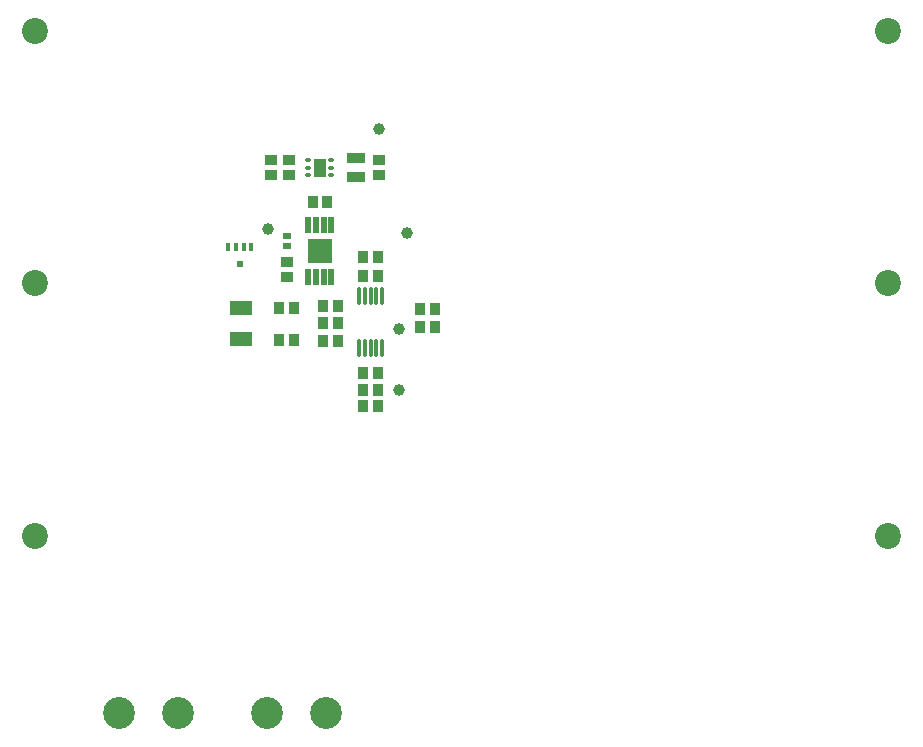
<source format=gbr>
%TF.GenerationSoftware,Altium Limited,Altium Designer,21.6.1 (37)*%
G04 Layer_Color=255*
%FSLAX45Y45*%
%MOMM*%
%TF.SameCoordinates,713E3131-B0EE-4415-9D9D-843BC13DAD56*%
%TF.FilePolarity,Positive*%
%TF.FileFunction,Pads,Bot*%
%TF.Part,Single*%
G01*
G75*
%TA.AperFunction,ComponentPad*%
%ADD10C,2.20000*%
%ADD11C,2.70000*%
%TA.AperFunction,SMDPad,CuDef*%
%ADD16R,0.95000X1.00000*%
%ADD17C,1.00000*%
G04:AMPARAMS|DCode=18|XSize=0.45mm|YSize=0.3mm|CornerRadius=0.06mm|HoleSize=0mm|Usage=FLASHONLY|Rotation=180.000|XOffset=0mm|YOffset=0mm|HoleType=Round|Shape=RoundedRectangle|*
%AMROUNDEDRECTD18*
21,1,0.45000,0.18000,0,0,180.0*
21,1,0.33000,0.30000,0,0,180.0*
1,1,0.12000,-0.16500,0.09000*
1,1,0.12000,0.16500,0.09000*
1,1,0.12000,0.16500,-0.09000*
1,1,0.12000,-0.16500,-0.09000*
%
%ADD18ROUNDEDRECTD18*%
G04:AMPARAMS|DCode=19|XSize=1mm|YSize=1.6mm|CornerRadius=0.06mm|HoleSize=0mm|Usage=FLASHONLY|Rotation=180.000|XOffset=0mm|YOffset=0mm|HoleType=Round|Shape=RoundedRectangle|*
%AMROUNDEDRECTD19*
21,1,1.00000,1.48000,0,0,180.0*
21,1,0.88000,1.60000,0,0,180.0*
1,1,0.12000,-0.44000,0.74000*
1,1,0.12000,0.44000,0.74000*
1,1,0.12000,0.44000,-0.74000*
1,1,0.12000,-0.44000,-0.74000*
%
%ADD19ROUNDEDRECTD19*%
%ADD20R,1.00000X0.95000*%
%ADD21R,1.50000X0.90000*%
%ADD22R,0.65000X0.55000*%
%ADD23R,0.42000X0.66000*%
%ADD24R,0.48000X0.48000*%
%ADD25R,1.85000X1.25000*%
G04:AMPARAMS|DCode=26|XSize=0.3mm|YSize=1.45mm|CornerRadius=0.033mm|HoleSize=0mm|Usage=FLASHONLY|Rotation=0.000|XOffset=0mm|YOffset=0mm|HoleType=Round|Shape=RoundedRectangle|*
%AMROUNDEDRECTD26*
21,1,0.30000,1.38400,0,0,0.0*
21,1,0.23400,1.45000,0,0,0.0*
1,1,0.06600,0.11700,-0.69200*
1,1,0.06600,-0.11700,-0.69200*
1,1,0.06600,-0.11700,0.69200*
1,1,0.06600,0.11700,0.69200*
%
%ADD26ROUNDEDRECTD26*%
G04:AMPARAMS|DCode=27|XSize=0.45mm|YSize=1.4mm|CornerRadius=0.0495mm|HoleSize=0mm|Usage=FLASHONLY|Rotation=0.000|XOffset=0mm|YOffset=0mm|HoleType=Round|Shape=RoundedRectangle|*
%AMROUNDEDRECTD27*
21,1,0.45000,1.30100,0,0,0.0*
21,1,0.35100,1.40000,0,0,0.0*
1,1,0.09900,0.17550,-0.65050*
1,1,0.09900,-0.17550,-0.65050*
1,1,0.09900,-0.17550,0.65050*
1,1,0.09900,0.17550,0.65050*
%
%ADD27ROUNDEDRECTD27*%
%TA.AperFunction,SMDPad,SMDef*%
G04:AMPARAMS|DCode=28|XSize=2.1mm|YSize=2mm|CornerRadius=0.1mm|HoleSize=0mm|Usage=FLASHONLY|Rotation=180.000|XOffset=0mm|YOffset=0mm|HoleType=Round|Shape=RoundedRectangle|*
%AMROUNDEDRECTD28*
21,1,2.10000,1.80000,0,0,180.0*
21,1,1.90000,2.00000,0,0,180.0*
1,1,0.20000,-0.95000,0.90000*
1,1,0.20000,0.95000,0.90000*
1,1,0.20000,0.95000,-0.90000*
1,1,0.20000,-0.95000,-0.90000*
%
%ADD28ROUNDEDRECTD28*%
D10*
X7611000Y6180000D02*
D03*
X389000Y6180000D02*
D03*
X7611000Y4040000D02*
D03*
X389000Y4040000D02*
D03*
X7611000Y1900000D02*
D03*
X389000Y1900000D02*
D03*
D11*
X2850000Y400000D02*
D03*
X2350000D02*
D03*
X1600000D02*
D03*
X1100000D02*
D03*
D16*
X3647500Y3670000D02*
D03*
X3772500D02*
D03*
Y3820000D02*
D03*
X3647500D02*
D03*
X2740000Y4730000D02*
D03*
X2865000D02*
D03*
X3292500Y3140000D02*
D03*
X3167500D02*
D03*
X3292500Y3000000D02*
D03*
X3167500D02*
D03*
Y3280000D02*
D03*
X3292500D02*
D03*
X3167500Y4100000D02*
D03*
X3292500D02*
D03*
X2952500Y3550000D02*
D03*
X2827500D02*
D03*
X2457500Y3830000D02*
D03*
X2582500D02*
D03*
X2457500Y3560000D02*
D03*
X2582500D02*
D03*
X2827500Y3850000D02*
D03*
X2952500D02*
D03*
Y3700000D02*
D03*
X2827500D02*
D03*
X3167500Y4260000D02*
D03*
X3292500D02*
D03*
D17*
X3470000Y3650000D02*
D03*
X3300000Y5350000D02*
D03*
X2360000Y4500000D02*
D03*
X3540000Y4470000D02*
D03*
X3470000Y3140000D02*
D03*
D18*
X2897500Y5020000D02*
D03*
Y4955000D02*
D03*
X2702500D02*
D03*
Y5085000D02*
D03*
X2897500D02*
D03*
X2702500Y5020000D02*
D03*
D19*
X2800000D02*
D03*
D20*
X3300000Y5082500D02*
D03*
Y4957500D02*
D03*
X2390000Y5082500D02*
D03*
Y4957500D02*
D03*
X2540000Y5082500D02*
D03*
Y4957500D02*
D03*
X2520000Y4097500D02*
D03*
Y4222500D02*
D03*
D21*
X3110000Y5100000D02*
D03*
Y4940000D02*
D03*
D22*
X2520000Y4442500D02*
D03*
Y4357500D02*
D03*
D23*
X2091000Y4346000D02*
D03*
X2221000D02*
D03*
X2156000D02*
D03*
X2026000D02*
D03*
D24*
X2123500Y4202500D02*
D03*
D25*
X2130000Y3827500D02*
D03*
Y3572500D02*
D03*
D26*
X3130000Y3490000D02*
D03*
X3180000D02*
D03*
X3330000Y3930000D02*
D03*
Y3490000D02*
D03*
X3280000D02*
D03*
X3230000D02*
D03*
Y3930000D02*
D03*
X3280000D02*
D03*
X3180000D02*
D03*
X3130000D02*
D03*
D27*
X2897500Y4090000D02*
D03*
X2832500D02*
D03*
X2767500D02*
D03*
X2702500D02*
D03*
X2832500Y4530000D02*
D03*
X2897500D02*
D03*
X2767500D02*
D03*
X2702500D02*
D03*
D28*
X2800000Y4310000D02*
D03*
%TF.MD5,ebbc7f1a6bb713f5ef1a79b5966ba7b3*%
M02*

</source>
